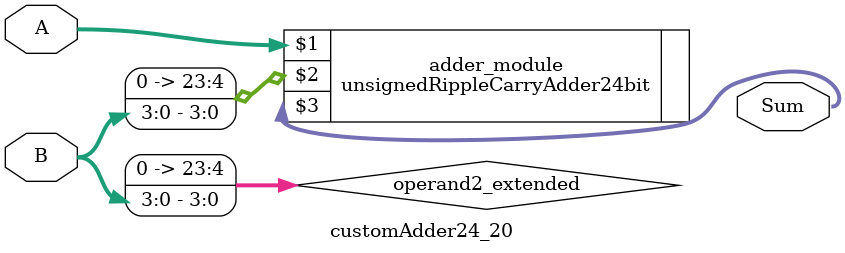
<source format=v>

module customAdder24_20(
                    input [23 : 0] A,
                    input [3 : 0] B,
                    
                    output [24 : 0] Sum
            );

    wire [23 : 0] operand2_extended;
    
    assign operand2_extended =  {20'b0, B};
    
    unsignedRippleCarryAdder24bit adder_module(
        A,
        operand2_extended,
        Sum
    );
    
endmodule
        
</source>
